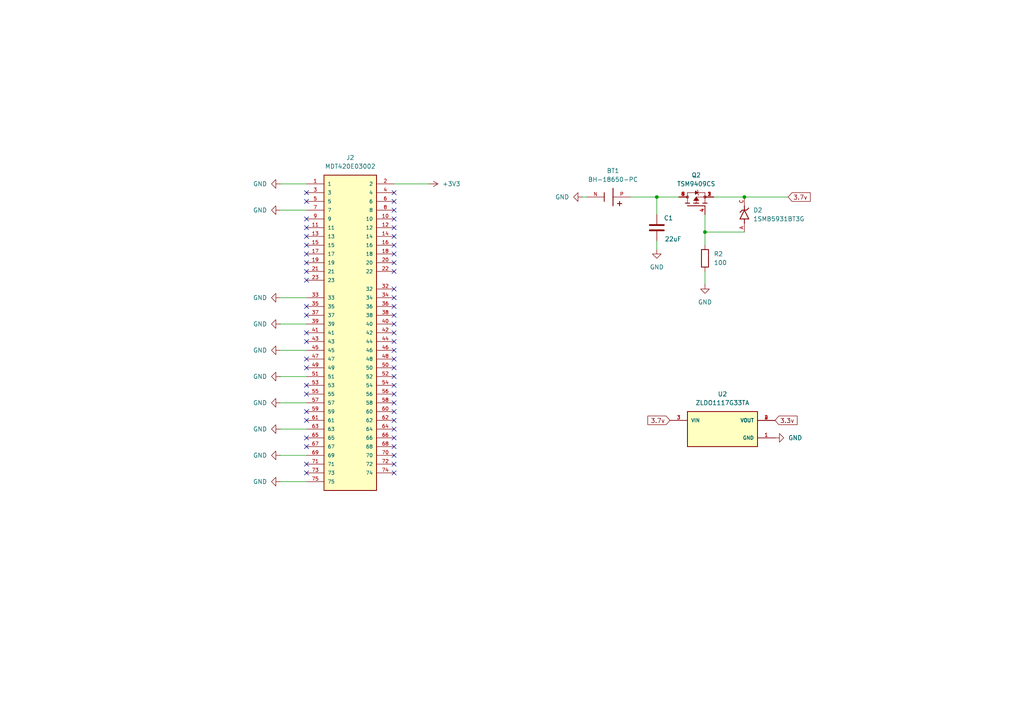
<source format=kicad_sch>
(kicad_sch (version 20231120) (generator "eeschema") (generator_version "8.0")
  (paper "A4")
  (lib_symbols
    (symbol "1SMB5931BT3G:1SMB5931BT3G" (pin_names (offset 1.016))
      (property "Reference" "D" (at -5.08 2.54 0))
      (property "Value" "1SMB5931BT3G" (at -5.08 -3.81 0))
      (symbol "1SMB5931BT3G_0_0"
        (polyline (pts (xy -2.54 0) (xy -1.27 0)) (stroke (width 0.254)))
        (polyline (pts (xy -1.27 -1.27) (xy 1.27 0)) (stroke (width 0.254)))
        (polyline (pts (xy -1.27 0) (xy -1.27 -1.27)) (stroke (width 0.254)))
        (polyline (pts (xy -1.27 1.27) (xy -1.27 0)) (stroke (width 0.254)))
        (polyline (pts (xy 0.635 1.27) (xy 1.27 0.635)) (stroke (width 0.254)))
        (polyline (pts (xy 1.27 -0.635) (xy 1.905 -1.27)) (stroke (width 0.254)))
        (polyline (pts (xy 1.27 0) (xy -1.27 1.27)) (stroke (width 0.254)))
        (polyline (pts (xy 1.27 0) (xy 1.27 -0.635)) (stroke (width 0.254)))
        (polyline (pts (xy 1.27 0.635) (xy 1.27 0)) (stroke (width 0.254)))
        (polyline (pts (xy 2.54 0) (xy 1.27 0)) (stroke (width 0.254)))
        (pin passive line (at -5.08 0 0) (length 2.54) (name "~") (number "A"))
        (pin passive line (at 5.08 0 180) (length 2.54) (name "~") (number "C"))
      )
    )
    (symbol "BH-18650-PC:BH-18650-PC" (pin_names (offset 1.016))
      (property "Reference" "BT" (at -3.81 3.81 0))
      (property "Value" "BH-18650-PC" (at -3.81 -5.08 0))
      (symbol "BH-18650-PC_0_0"
        (polyline (pts (xy -5.08 1.905) (xy -3.81 1.905)) (stroke (width 0.254)))
        (polyline (pts (xy -4.445 2.54) (xy -4.445 1.27)) (stroke (width 0.254)))
        (polyline (pts (xy -2.54 2.54) (xy -2.54 -2.54)) (stroke (width 0.254)))
        (polyline (pts (xy 0 1.27) (xy 0 -1.27)) (stroke (width 0.254)))
        (pin passive line (at 5.08 0 180) (length 5.08) (name "~") (number "N"))
        (pin passive line (at -7.62 0 0) (length 5.08) (name "~") (number "P"))
      )
    )
    (symbol "Device:C" (pin_numbers hide) (pin_names (offset 0.254))
      (property "Reference" "C" (at 0.635 2.54 0))
      (property "Value" "C" (at 0.635 -2.54 0))
      (symbol "C_0_1"
        (polyline (pts (xy -2.032 -0.762) (xy 2.032 -0.762)) (stroke (width 0.508)))
        (polyline (pts (xy -2.032 0.762) (xy 2.032 0.762)) (stroke (width 0.508)))
      )
      (symbol "C_1_1"
        (pin passive line (at 0 3.81 270) (length 2.794) (name "~") (number "1"))
        (pin passive line (at 0 -3.81 90) (length 2.794) (name "~") (number "2"))
      )
    )
    (symbol "Device:R" (pin_numbers hide) (pin_names (offset 0))
      (property "Reference" "R" (at 2.032 0 90))
      (property "Value" "R" (at 0 0 90))
      (symbol "R_0_1"
        (rectangle (start -1.016 -2.54) (end 1.016 2.54) (stroke (width 0.254)))
      )
      (symbol "R_1_1"
        (pin passive line (at 0 3.81 270) (length 1.27) (name "~") (number "1"))
        (pin passive line (at 0 -3.81 90) (length 1.27) (name "~") (number "2"))
      )
    )
    (symbol "MDT420E03002:MDT420E03002" (pin_names (offset 1.016))
      (property "Reference" "J" (at -7.62 46.482 0))
      (property "Value" "MDT420E03002" (at -7.62 -48.26 0))
      (symbol "MDT420E03002_0_0"
        (rectangle (start -7.62 -45.72) (end 7.62 45.72) (stroke (width 0.254)) (fill (type background)))
        (pin passive line (at -12.7 43.18 0) (length 5.08) (name "1") (number "1"))
        (pin passive line (at 12.7 33.02 180) (length 5.08) (name "10") (number "10"))
        (pin passive line (at -12.7 30.48 0) (length 5.08) (name "11") (number "11"))
        (pin passive line (at 12.7 30.48 180) (length 5.08) (name "12") (number "12"))
        (pin passive line (at -12.7 27.94 0) (length 5.08) (name "13") (number "13"))
        (pin passive line (at 12.7 27.94 180) (length 5.08) (name "14") (number "14"))
        (pin passive line (at -12.7 25.4 0) (length 5.08) (name "15") (number "15"))
        (pin passive line (at 12.7 25.4 180) (length 5.08) (name "16") (number "16"))
        (pin passive line (at -12.7 22.86 0) (length 5.08) (name "17") (number "17"))
        (pin passive line (at 12.7 22.86 180) (length 5.08) (name "18") (number "18"))
        (pin passive line (at -12.7 20.32 0) (length 5.08) (name "19") (number "19"))
        (pin passive line (at 12.7 43.18 180) (length 5.08) (name "2") (number "2"))
        (pin passive line (at 12.7 20.32 180) (length 5.08) (name "20") (number "20"))
        (pin passive line (at -12.7 17.78 0) (length 5.08) (name "21") (number "21"))
        (pin passive line (at 12.7 17.78 180) (length 5.08) (name "22") (number "22"))
        (pin passive line (at -12.7 15.24 0) (length 5.08) (name "23") (number "23"))
        (pin passive line (at -12.7 40.64 0) (length 5.08) (name "3") (number "3"))
        (pin passive line (at 12.7 12.7 180) (length 5.08) (name "32") (number "32"))
        (pin passive line (at -12.7 10.16 0) (length 5.08) (name "33") (number "33"))
        (pin passive line (at 12.7 10.16 180) (length 5.08) (name "34") (number "34"))
        (pin passive line (at -12.7 7.62 0) (length 5.08) (name "35") (number "35"))
        (pin passive line (at 12.7 7.62 180) (length 5.08) (name "36") (number "36"))
        (pin passive line (at -12.7 5.08 0) (length 5.08) (name "37") (number "37"))
        (pin passive line (at 12.7 5.08 180) (length 5.08) (name "38") (number "38"))
        (pin passive line (at -12.7 2.54 0) (length 5.08) (name "39") (number "39"))
        (pin passive line (at 12.7 40.64 180) (length 5.08) (name "4") (number "4"))
        (pin passive line (at 12.7 2.54 180) (length 5.08) (name "40") (number "40"))
        (pin passive line (at -12.7 0 0) (length 5.08) (name "41") (number "41"))
        (pin passive line (at 12.7 0 180) (length 5.08) (name "42") (number "42"))
        (pin passive line (at -12.7 -2.54 0) (length 5.08) (name "43") (number "43"))
        (pin passive line (at 12.7 -2.54 180) (length 5.08) (name "44") (number "44"))
        (pin passive line (at -12.7 -5.08 0) (length 5.08) (name "45") (number "45"))
        (pin passive line (at 12.7 -5.08 180) (length 5.08) (name "46") (number "46"))
        (pin passive line (at -12.7 -7.62 0) (length 5.08) (name "47") (number "47"))
        (pin passive line (at 12.7 -7.62 180) (length 5.08) (name "48") (number "48"))
        (pin passive line (at -12.7 -10.16 0) (length 5.08) (name "49") (number "49"))
        (pin passive line (at -12.7 38.1 0) (length 5.08) (name "5") (number "5"))
        (pin passive line (at 12.7 -10.16 180) (length 5.08) (name "50") (number "50"))
        (pin passive line (at -12.7 -12.7 0) (length 5.08) (name "51") (number "51"))
        (pin passive line (at 12.7 -12.7 180) (length 5.08) (name "52") (number "52"))
        (pin passive line (at -12.7 -15.24 0) (length 5.08) (name "53") (number "53"))
        (pin passive line (at 12.7 -15.24 180) (length 5.08) (name "54") (number "54"))
        (pin passive line (at -12.7 -17.78 0) (length 5.08) (name "55") (number "55"))
        (pin passive line (at 12.7 -17.78 180) (length 5.08) (name "56") (number "56"))
        (pin passive line (at -12.7 -20.32 0) (length 5.08) (name "57") (number "57"))
        (pin passive line (at 12.7 -20.32 180) (length 5.08) (name "58") (number "58"))
        (pin passive line (at -12.7 -22.86 0) (length 5.08) (name "59") (number "59"))
        (pin passive line (at 12.7 38.1 180) (length 5.08) (name "6") (number "6"))
        (pin passive line (at 12.7 -22.86 180) (length 5.08) (name "60") (number "60"))
        (pin passive line (at -12.7 -25.4 0) (length 5.08) (name "61") (number "61"))
        (pin passive line (at 12.7 -25.4 180) (length 5.08) (name "62") (number "62"))
        (pin passive line (at -12.7 -27.94 0) (length 5.08) (name "63") (number "63"))
        (pin passive line (at 12.7 -27.94 180) (length 5.08) (name "64") (number "64"))
        (pin passive line (at -12.7 -30.48 0) (length 5.08) (name "65") (number "65"))
        (pin passive line (at 12.7 -30.48 180) (length 5.08) (name "66") (number "66"))
        (pin passive line (at -12.7 -33.02 0) (length 5.08) (name "67") (number "67"))
        (pin passive line (at 12.7 -33.02 180) (length 5.08) (name "68") (number "68"))
        (pin passive line (at -12.7 -35.56 0) (length 5.08) (name "69") (number "69"))
        (pin passive line (at -12.7 35.56 0) (length 5.08) (name "7") (number "7"))
        (pin passive line (at 12.7 -35.56 180) (length 5.08) (name "70") (number "70"))
        (pin passive line (at -12.7 -38.1 0) (length 5.08) (name "71") (number "71"))
        (pin passive line (at 12.7 -38.1 180) (length 5.08) (name "72") (number "72"))
        (pin passive line (at -12.7 -40.64 0) (length 5.08) (name "73") (number "73"))
        (pin passive line (at 12.7 -40.64 180) (length 5.08) (name "74") (number "74"))
        (pin passive line (at -12.7 -43.18 0) (length 5.08) (name "75") (number "75"))
        (pin passive line (at 12.7 35.56 180) (length 5.08) (name "8") (number "8"))
        (pin passive line (at -12.7 33.02 0) (length 5.08) (name "9") (number "9"))
      )
    )
    (symbol "TSM9409CS:TSM9409CS" (pin_names (offset 1.016))
      (property "Reference" "Q" (at -8.89 3.81 0))
      (property "Value" "TSM9409CS" (at -8.89 -6.35 0))
      (symbol "TSM9409CS_0_0"
        (polyline (pts (xy 0 -2.54) (xy 0 2.54)) (stroke (width 0.254)))
        (polyline (pts (xy 0.762 -3.175) (xy 0.762 -2.54)) (stroke (width 0.254)))
        (polyline (pts (xy 0.762 -2.54) (xy 0.762 -1.905)) (stroke (width 0.254)))
        (polyline (pts (xy 0.762 -2.54) (xy 3.81 -2.54)) (stroke (width 0.1524)))
        (polyline (pts (xy 0.762 -0.762) (xy 0.762 0)) (stroke (width 0.254)))
        (polyline (pts (xy 0.762 0) (xy 0.762 0.762)) (stroke (width 0.254)))
        (polyline (pts (xy 0.762 0) (xy 2.54 0)) (stroke (width 0.1524)))
        (polyline (pts (xy 0.762 1.905) (xy 0.762 2.54)) (stroke (width 0.254)))
        (polyline (pts (xy 0.762 2.54) (xy 0.762 3.175)) (stroke (width 0.254)))
        (polyline (pts (xy 2.54 0) (xy 2.54 2.54)) (stroke (width 0.1524)))
        (polyline (pts (xy 2.54 2.54) (xy 0.762 2.54)) (stroke (width 0.1524)))
        (polyline (pts (xy 2.54 2.54) (xy 3.81 2.54)) (stroke (width 0.1524)))
        (polyline (pts (xy 3.048 0.762) (xy 3.302 0.508)) (stroke (width 0.1524)))
        (polyline (pts (xy 3.302 0.508) (xy 3.81 0.508)) (stroke (width 0.1524)))
        (polyline (pts (xy 3.81 -2.54) (xy 3.81 0.508)) (stroke (width 0.1524)))
        (polyline (pts (xy 3.81 0.508) (xy 3.81 2.54)) (stroke (width 0.1524)))
        (polyline (pts (xy 3.81 0.508) (xy 4.318 0.508)) (stroke (width 0.1524)))
        (polyline (pts (xy 4.318 0.508) (xy 4.572 0.254)) (stroke (width 0.1524)))
        (polyline (pts (xy 2.54 0) (xy 1.524 0.762) (xy 1.524 -0.762) (xy 2.54 0)) (stroke (width 0.1524)) (fill (type outline)))
        (polyline (pts (xy 3.81 0.508) (xy 4.318 -0.254) (xy 3.302 -0.254) (xy 3.81 0.508)) (stroke (width 0.1524)) (fill (type outline)))
        (circle (center 2.54 -2.54) (radius 0.3592))
        (circle (center 2.54 2.54) (radius 0.3592))
        (pin passive line (at 2.54 5.08 270) (length 2.54) (name "~") (number "1"))
        (pin passive line (at 2.54 5.08 270) (length 2.54) (name "~") (number "2"))
        (pin passive line (at 2.54 5.08 270) (length 2.54) (name "~") (number "3"))
        (pin passive line (at -2.54 2.54 0) (length 2.54) (name "~") (number "4"))
        (pin passive line (at 2.54 -5.08 90) (length 2.54) (name "~") (number "5"))
        (pin passive line (at 2.54 -5.08 90) (length 2.54) (name "~") (number "6"))
        (pin passive line (at 2.54 -5.08 90) (length 2.54) (name "~") (number "7"))
        (pin passive line (at 2.54 -5.08 90) (length 2.54) (name "~") (number "8"))
      )
    )
    (symbol "ZLDO1117G33TA:ZLDO1117G33TA" (pin_names (offset 1.016))
      (property "Reference" "U" (at -10.16 5.969 0))
      (property "Value" "ZLDO1117G33TA" (at -10.16 -7.62 0))
      (symbol "ZLDO1117G33TA_0_0"
        (rectangle (start -10.16 -5.08) (end 10.16 5.08) (stroke (width 0.254)) (fill (type background)))
        (pin power_in line (at 15.24 -2.54 180) (length 5.08) (name "GND") (number "1"))
        (pin output line (at 15.24 2.54 180) (length 5.08) (name "VOUT") (number "2"))
        (pin input line (at -15.24 2.54 0) (length 5.08) (name "VIN") (number "3"))
        (pin output line (at 15.24 2.54 180) (length 5.08) (name "VOUT") (number "4"))
      )
    )
    (symbol "power:+3V3" (power) (pin_numbers hide) (pin_names (offset 0) hide)
      (property "Value" "+3V3" (at 0 3.556 0))
      (symbol "+3V3_0_1"
        (polyline (pts (xy -0.762 1.27) (xy 0 2.54)))
        (polyline (pts (xy 0 0) (xy 0 2.54)))
        (polyline (pts (xy 0 2.54) (xy 0.762 1.27)))
      )
      (symbol "+3V3_1_1"
        (pin power_in line (at 0 0 90) (length 0) (name "~") (number "1"))
      )
    )
    (symbol "power:GND" (power) (pin_names (offset 0))
      (property "Value" "GND" (at 0 -3.81 0))
      (symbol "GND_0_1"
        (polyline (pts (xy 0 0) (xy 0 -1.27) (xy 1.27 -1.27) (xy 0 -2.54) (xy -1.27 -1.27) (xy 0 -1.27)))
      )
      (symbol "GND_1_1"
        (pin power_in line (at 0 0 270) (length 0) hide (name "GND") (number "1"))
      )
    )
    (symbol "power:GND1" (power) (pin_numbers hide) (pin_names (offset 0) hide)
      (property "Value" "GND1" (at 0 -3.81 0))
      (symbol "GND1_0_1"
        (polyline (pts (xy 0 0) (xy 0 -1.27) (xy 1.27 -1.27) (xy 0 -2.54) (xy -1.27 -1.27) (xy 0 -1.27)))
      )
      (symbol "GND1_1_1"
        (pin power_in line (at 0 0 270) (length 0) (name "~") (number "1"))
      )
    )
  )
  (junction (at 204.47 67.31))
  (junction (at 190.5 57.15))
  (junction (at 215.9 57.15))
  (no_connect (at 88.9 119.38))
  (no_connect (at 88.9 134.62))
  (no_connect (at 88.9 96.52))
  (no_connect (at 88.9 81.28))
  (no_connect (at 114.3 55.88))
  (no_connect (at 114.3 71.12))
  (no_connect (at 88.9 104.14))
  (no_connect (at 114.3 101.6))
  (no_connect (at 88.9 58.42))
  (no_connect (at 88.9 129.54))
  (no_connect (at 88.9 76.2))
  (no_connect (at 114.3 119.38))
  (no_connect (at 114.3 132.08))
  (no_connect (at 88.9 73.66))
  (no_connect (at 114.3 129.54))
  (no_connect (at 114.3 58.42))
  (no_connect (at 114.3 91.44))
  (no_connect (at 114.3 86.36))
  (no_connect (at 114.3 88.9))
  (no_connect (at 114.3 111.76))
  (no_connect (at 114.3 109.22))
  (no_connect (at 114.3 83.82))
  (no_connect (at 114.3 73.66))
  (no_connect (at 88.9 55.88))
  (no_connect (at 114.3 60.96))
  (no_connect (at 114.3 78.74))
  (no_connect (at 114.3 104.14))
  (no_connect (at 88.9 127))
  (no_connect (at 114.3 137.16))
  (no_connect (at 114.3 66.04))
  (no_connect (at 114.3 96.52))
  (no_connect (at 88.9 66.04))
  (no_connect (at 88.9 91.44))
  (no_connect (at 88.9 111.76))
  (no_connect (at 88.9 137.16))
  (no_connect (at 88.9 78.74))
  (no_connect (at 114.3 127))
  (no_connect (at 88.9 106.68))
  (no_connect (at 88.9 114.3))
  (no_connect (at 114.3 93.98))
  (no_connect (at 114.3 116.84))
  (no_connect (at 88.9 68.58))
  (no_connect (at 114.3 99.06))
  (no_connect (at 88.9 99.06))
  (no_connect (at 114.3 68.58))
  (no_connect (at 88.9 88.9))
  (no_connect (at 114.3 121.92))
  (no_connect (at 88.9 71.12))
  (no_connect (at 114.3 134.62))
  (no_connect (at 114.3 76.2))
  (no_connect (at 88.9 63.5))
  (no_connect (at 114.3 106.68))
  (no_connect (at 88.9 121.92))
  (no_connect (at 114.3 124.46))
  (no_connect (at 114.3 63.5))
  (no_connect (at 114.3 114.3))
  (wire (pts (xy 81.28 139.7) (xy 88.9 139.7)))
  (wire (pts (xy 81.28 124.46) (xy 88.9 124.46)))
  (wire (pts (xy 81.28 101.6) (xy 88.9 101.6)))
  (wire (pts (xy 168.91 57.15) (xy 170.18 57.15)))
  (wire (pts (xy 204.47 62.23) (xy 204.47 67.31)))
  (wire (pts (xy 81.28 60.96) (xy 88.9 60.96)))
  (wire (pts (xy 81.28 86.36) (xy 88.9 86.36)))
  (wire (pts (xy 81.28 132.08) (xy 88.9 132.08)))
  (wire (pts (xy 81.28 93.98) (xy 88.9 93.98)))
  (wire (pts (xy 81.28 116.84) (xy 88.9 116.84)))
  (wire (pts (xy 190.5 57.15) (xy 196.85 57.15)))
  (wire (pts (xy 204.47 67.31) (xy 215.9 67.31)))
  (wire (pts (xy 182.88 57.15) (xy 190.5 57.15)))
  (wire (pts (xy 215.9 57.15) (xy 228.6 57.15)))
  (wire (pts (xy 81.28 53.34) (xy 88.9 53.34)))
  (wire (pts (xy 81.28 109.22) (xy 88.9 109.22)))
  (wire (pts (xy 207.01 57.15) (xy 215.9 57.15)))
  (wire (pts (xy 190.5 69.85) (xy 190.5 72.39)))
  (wire (pts (xy 204.47 78.74) (xy 204.47 82.55)))
  (wire (pts (xy 190.5 62.23) (xy 190.5 57.15)))
  (wire (pts (xy 204.47 67.31) (xy 204.47 71.12)))
  (wire (pts (xy 114.3 53.34) (xy 124.46 53.34)))
  (global_label "3.7v" (shape input) (at 228.6 57.15 0) (property "Intersheetrefs" "${INTERSHEET_REFS}" (effects (hide yes))))
  (global_label "3.7v" (shape input) (at 194.31 121.92 180) (property "Intersheetrefs" "${INTERSHEET_REFS}" (effects (hide yes))))
  (global_label "3.3v" (shape input) (at 224.79 121.92 0) (property "Intersheetrefs" "${INTERSHEET_REFS}" (effects (hide yes))))
  (symbol (lib_id "power:GND1") (at 81.28 93.98 270) (unit 1)
    (property "Reference" "#PWR04" (effects (hide yes)))
    (property "Value" "GND" (at 77.47 93.9799 90) (effects (justify right)))
    (property "Description" "Power symbol creates a global label with name \"GND1\" , ground" (effects (hide yes)))
  )
  (symbol (lib_id "power:GND1") (at 81.28 86.36 270) (unit 1)
    (property "Reference" "#PWR03" (effects (hide yes)))
    (property "Value" "GND" (at 77.47 86.3599 90) (effects (justify right)))
    (property "Description" "Power symbol creates a global label with name \"GND1\" , ground" (effects (hide yes)))
  )
  (symbol (lib_id "power:+3V3") (at 124.46 53.34 270) (unit 1)
    (property "Reference" "#PWR013" (effects (hide yes)))
    (property "Value" "+3V3" (at 128.27 53.3399 90) (effects (justify left)))
    (property "Description" "Power symbol creates a global label with name \"+3V3\"" (effects (hide yes)))
  )
  (symbol (lib_id "power:GND") (at 190.5 72.39 0) (unit 1)
    (property "Reference" "#PWR017" (effects (hide yes)))
    (property "Value" "GND" (at 190.5 77.47 0))
  )
  (symbol (lib_id "1SMB5931BT3G:1SMB5931BT3G") (at 215.9 62.23 90) (unit 1)
    (property "Reference" "D2" (at 218.44 60.9599 90) (effects (justify right)))
    (property "Value" "1SMB5931BT3G" (at 218.44 63.4999 90) (effects (justify right)))
    (property "Footprint" "1SMB5931BT3G:DIOM5436X247N" (effects (hide yes)))
    (property "MF" "onsemi" (effects (hide yes)))
    (property "MAXIMUM_PACKAGE_HEIGHT" "2.47 mm" (effects (hide yes)))
    (property "Package" "SMB-2 ON Semiconductor" (effects (hide yes)))
    (property "Price" "None" (effects (hide yes)))
    (property "Check_prices" "https://www.snapeda.com/parts/1SMB5931BT3G/Onsemi/view-part/?ref=eda" (effects (hide yes)))
    (property "STANDARD" "IPC 7351B" (effects (hide yes)))
    (property "PARTREV" "9" (effects (hide yes)))
    (property "SnapEDA_Link" "https://www.snapeda.com/parts/1SMB5931BT3G/Onsemi/view-part/?ref=snap" (effects (hide yes)))
    (property "MP" "1SMB5931BT3G" (effects (hide yes)))
    (property "Description_1" "\n                        \n                            Zener Diode Single 18V 5% 12Ohm 3000mW 2-Pin SMB T/R\n                        \n" (effects (hide yes)))
    (property "Availability" "In Stock" (effects (hide yes)))
    (property "MANUFACTURER" "ON Semiconductor" (effects (hide yes)))
  )
  (symbol (lib_id "power:GND1") (at 81.28 109.22 270) (unit 1)
    (property "Reference" "#PWR06" (effects (hide yes)))
    (property "Value" "GND" (at 77.47 109.2199 90) (effects (justify right)))
    (property "Description" "Power symbol creates a global label with name \"GND1\" , ground" (effects (hide yes)))
  )
  (symbol (lib_id "BH-18650-PC:BH-18650-PC") (at 175.26 57.15 180) (unit 1)
    (property "Reference" "BT1" (at 177.8 49.53 0))
    (property "Value" "BH-18650-PC" (at 177.8 52.07 0))
    (property "Footprint" "BH-18650-PC:BAT_BH-18650-PC" (effects (hide yes)))
    (property "MF" "MPD (Memory Protection Devices)" (effects (hide yes)))
    (property "MAXIMUM_PACKAGE_HEIGHT" "21.31mm" (effects (hide yes)))
    (property "Package" "None" (effects (hide yes)))
    (property "Price" "None" (effects (hide yes)))
    (property "Check_prices" "https://www.snapeda.com/parts/BH-18650-PC/Memory+Protection+Devices/view-part/?ref=eda" (effects (hide yes)))
    (property "STANDARD" "Manufacturer Recommendation" (effects (hide yes)))
    (property "PARTREV" "05/17/19" (effects (hide yes)))
    (property "SnapEDA_Link" "https://www.snapeda.com/parts/BH-18650-PC/Memory+Protection+Devices/view-part/?ref=snap" (effects (hide yes)))
    (property "MP" "BH-18650-PC" (effects (hide yes)))
    (property "Description_1" "\n                        \n                            Battery Holder (Open) 18650 1 Cell PC Pin\n                        \n" (effects (hide yes)))
    (property "Availability" "In Stock" (effects (hide yes)))
    (property "MANUFACTURER" "MPD" (effects (hide yes)))
  )
  (symbol (lib_id "power:GND1") (at 81.28 132.08 270) (unit 1)
    (property "Reference" "#PWR09" (effects (hide yes)))
    (property "Value" "GND" (at 77.47 132.0799 90) (effects (justify right)))
    (property "Description" "Power symbol creates a global label with name \"GND1\" , ground" (effects (hide yes)))
  )
  (symbol (lib_id "power:GND1") (at 81.28 139.7 270) (unit 1)
    (property "Reference" "#PWR010" (effects (hide yes)))
    (property "Value" "GND" (at 77.47 139.6999 90) (effects (justify right)))
    (property "Description" "Power symbol creates a global label with name \"GND1\" , ground" (effects (hide yes)))
  )
  (symbol (lib_id "power:GND") (at 168.91 57.15 270) (unit 1)
    (property "Reference" "#PWR016" (effects (hide yes)))
    (property "Value" "GND" (at 165.1 57.1499 90) (effects (justify right)))
  )
  (symbol (lib_id "MDT420E03002:MDT420E03002") (at 101.6 96.52 0) (unit 1)
    (property "Reference" "J2" (at 101.6 45.72 0))
    (property "Value" "MDT420E03002" (at 101.6 48.26 0))
    (property "Footprint" "MDT420E03002:AMPHENOL_MDT420E03002" (effects (hide yes)))
    (property "MF" "Amphenol" (effects (hide yes)))
    (property "MAXIMUM_PACKAGE_HEIGHT" "5.8mm" (effects (hide yes)))
    (property "Package" "None" (effects (hide yes)))
    (property "Price" "None" (effects (hide yes)))
    (property "Check_prices" "https://www.snapeda.com/parts/MDT420E03002/Amphenol/view-part/?ref=eda" (effects (hide yes)))
    (property "STANDARD" "Manufacturer Recommendations" (effects (hide yes)))
    (property "PARTREV" "3" (effects (hide yes)))
    (property "SnapEDA_Link" "https://www.snapeda.com/parts/MDT420E03002/Amphenol/view-part/?ref=snap" (effects (hide yes)))
    (property "MP" "MDT420E03002" (effects (hide yes)))
    (property "Description_1" "\n                        \n                            PCIe M.2 Connectors, Storage and Server Connector, P=0.5mm, H=4.2mm, Key E,Gold Plating\n                        \n" (effects (hide yes)))
    (property "Availability" "In Stock" (effects (hide yes)))
    (property "MANUFACTURER" "Amphenol" (effects (hide yes)))
  )
  (symbol (lib_id "TSM9409CS:TSM9409CS") (at 201.93 59.69 270) (mirror x) (unit 1)
    (property "Reference" "Q2" (at 201.93 50.8 90))
    (property "Value" "TSM9409CS" (at 201.93 53.34 90))
    (property "Footprint" "TSM9409CS:TRANS_TSM9409CS" (effects (hide yes)))
    (property "MF" "Taiwan Semiconductor" (effects (hide yes)))
    (property "MAXIMUM_PACKAGE_HEIGHT" "1.75mm" (effects (hide yes)))
    (property "Package" "SOP-8 Taiwan Semiconductor" (effects (hide yes)))
    (property "Price" "None" (effects (hide yes)))
    (property "Check_prices" "https://www.snapeda.com/parts/TSM9409CS/Taiwan+Semiconductor/view-part/?ref=eda" (effects (hide yes)))
    (property "STANDARD" "Manufacturer Recommendations" (effects (hide yes)))
    (property "PARTREV" "D2405" (effects (hide yes)))
    (property "SnapEDA_Link" "https://www.snapeda.com/parts/TSM9409CS/Taiwan+Semiconductor/view-part/?ref=snap" (effects (hide yes)))
    (property "MP" "TSM9409CS" (effects (hide yes)))
    (property "Description_1" "\n                        \n                            -60V, -3A, Single P-Channel MOSFETs\n                        \n" (effects (hide yes)))
    (property "Availability" "In Stock" (effects (hide yes)))
    (property "MANUFACTURER" "Taiwan Semiconductor" (effects (hide yes)))
  )
  (symbol (lib_id "Device:C") (at 190.5 66.04 0) (unit 1)
    (property "Reference" "C1" (at 192.532 63.246 0) (effects (justify left)))
    (property "Value" "22uF" (at 192.786 69.342 0) (effects (justify left)))
    (property "Footprint" "Capacitor_SMD:C_1206_3216Metric" (effects (hide yes)))
    (property "Description" "Unpolarized capacitor" (effects (hide yes)))
  )
  (symbol (lib_id "power:GND1") (at 81.28 101.6 270) (unit 1)
    (property "Reference" "#PWR05" (effects (hide yes)))
    (property "Value" "GND" (at 77.47 101.5999 90) (effects (justify right)))
    (property "Description" "Power symbol creates a global label with name \"GND1\" , ground" (effects (hide yes)))
  )
  (symbol (lib_id "ZLDO1117G33TA:ZLDO1117G33TA") (at 209.55 124.46 0) (unit 1)
    (property "Reference" "U2" (at 209.55 114.3 0))
    (property "Value" "ZLDO1117G33TA" (at 209.55 116.84 0))
    (property "Footprint" "ZLDO1117G33TA:SOT230P700X180-4N" (effects (hide yes)))
    (property "MF" "Diodes Inc." (effects (hide yes)))
    (property "MAXIMUM_PACKAGE_HEIGHT" "1.8 mm" (effects (hide yes)))
    (property "Package" "SOT-223 Diodes Inc." (effects (hide yes)))
    (property "Price" "None" (effects (hide yes)))
    (property "Check_prices" "https://www.snapeda.com/parts/ZLDO1117G33TA/Diodes+Inc./view-part/?ref=eda" (effects (hide yes)))
    (property "STANDARD" "Manufacturer Recommendations" (effects (hide yes)))
    (property "PARTREV" "6-2" (effects (hide yes)))
    (property "SnapEDA_Link" "https://www.snapeda.com/parts/ZLDO1117G33TA/Diodes+Inc./view-part/?ref=snap" (effects (hide yes)))
    (property "MP" "ZLDO1117G33TA" (effects (hide yes)))
    (property "Description_1" "\n                        \n                            Voltage Regulators, LDO, LDO Regulator IC 3.3V/1A | Diodes Inc ZLDO1117G33TA\n                        \n" (effects (hide yes)))
    (property "Availability" "In Stock" (effects (hide yes)))
    (property "MANUFACTURER" "Diodes Inc." (effects (hide yes)))
  )
  (symbol (lib_id "power:GND1") (at 81.28 124.46 270) (unit 1)
    (property "Reference" "#PWR08" (effects (hide yes)))
    (property "Value" "GND" (at 77.47 124.4599 90) (effects (justify right)))
    (property "Description" "Power symbol creates a global label with name \"GND1\" , ground" (effects (hide yes)))
  )
  (symbol (lib_id "power:GND1") (at 81.28 116.84 270) (unit 1)
    (property "Reference" "#PWR07" (effects (hide yes)))
    (property "Value" "GND" (at 77.47 116.8399 90) (effects (justify right)))
    (property "Description" "Power symbol creates a global label with name \"GND1\" , ground" (effects (hide yes)))
  )
  (symbol (lib_id "power:GND1") (at 224.79 127 90) (unit 1)
    (property "Reference" "#PWR019" (effects (hide yes)))
    (property "Value" "GND" (at 228.6 126.9999 90) (effects (justify right)))
    (property "Description" "Power symbol creates a global label with name \"GND1\" , ground" (effects (hide yes)))
  )
  (symbol (lib_id "Device:R") (at 204.47 74.93 0) (unit 1)
    (property "Reference" "R2" (at 207.01 73.6599 0) (effects (justify left)))
    (property "Value" "100" (at 207.01 76.1999 0) (effects (justify left)))
    (property "Footprint" "Resistor_SMD:R_0603_1608Metric" (effects (hide yes)))
    (property "Description" "Resistor" (effects (hide yes)))
  )
  (symbol (lib_id "power:GND1") (at 204.47 82.55 0) (unit 1)
    (property "Reference" "#PWR018" (effects (hide yes)))
    (property "Value" "GND" (at 204.47 87.63 0))
    (property "Description" "Power symbol creates a global label with name \"GND1\" , ground" (effects (hide yes)))
  )
  (symbol (lib_id "power:GND1") (at 81.28 53.34 270) (unit 1)
    (property "Reference" "#PWR01" (effects (hide yes)))
    (property "Value" "GND" (at 77.47 53.3399 90) (effects (justify right)))
    (property "Description" "Power symbol creates a global label with name \"GND1\" , ground" (effects (hide yes)))
  )
  (symbol (lib_id "power:GND") (at 81.28 60.96 270) (unit 1)
    (property "Reference" "#PWR02" (effects (hide yes)))
    (property "Value" "GND" (at 77.47 60.9599 90) (effects (justify right)))
  )
)
</source>
